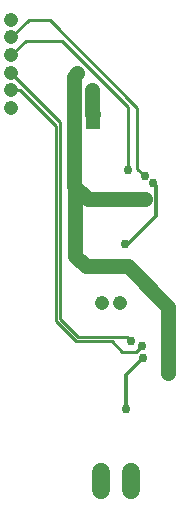
<source format=gbr>
G04 EAGLE Gerber RS-274X export*
G75*
%MOMM*%
%FSLAX34Y34*%
%LPD*%
%INBottom Copper*%
%IPPOS*%
%AMOC8*
5,1,8,0,0,1.08239X$1,22.5*%
G01*
%ADD10C,1.208000*%
%ADD11C,1.524000*%
%ADD12R,1.270000X2.540000*%
%ADD13C,0.756400*%
%ADD14C,0.254000*%
%ADD15C,1.270000*%
%ADD16C,0.304800*%


D10*
X23114Y426120D03*
X23114Y351120D03*
X23114Y411120D03*
X23114Y366120D03*
X23114Y381120D03*
X23114Y396120D03*
D11*
X98552Y43178D02*
X98552Y27938D01*
X123952Y27938D02*
X123952Y43178D01*
D10*
X100196Y185928D03*
X115196Y185928D03*
D12*
X75692Y346456D03*
X91948Y345948D03*
D13*
X133858Y150058D03*
D14*
X128834Y145034D01*
X116840Y145034D01*
X108204Y153670D01*
X77565Y153670D01*
X60452Y170783D01*
X30374Y366120D02*
X23114Y366120D01*
X60452Y336042D02*
X60452Y170783D01*
X60452Y336042D02*
X30374Y366120D01*
D13*
X124574Y154064D03*
D14*
X120904Y157734D01*
X79248Y157734D01*
X64516Y172466D01*
X64516Y339718D02*
X23114Y381120D01*
X64516Y339718D02*
X64516Y172466D01*
D13*
X121941Y298471D03*
D14*
X121941Y352023D01*
X35172Y408178D02*
X23114Y396120D01*
X65786Y408178D02*
X121941Y352023D01*
X65786Y408178D02*
X35172Y408178D01*
D13*
X135890Y293822D03*
D14*
X129794Y299918D01*
X129794Y351430D01*
X55626Y425598D02*
X37592Y425598D01*
X23114Y411120D01*
X55626Y425598D02*
X129794Y351430D01*
D15*
X91948Y345948D02*
X91694Y346202D01*
D13*
X120239Y96266D03*
D16*
X120239Y125465D01*
X134474Y139700D01*
D13*
X134474Y139700D03*
X119380Y236474D03*
D16*
X145796Y285242D02*
X143256Y287782D01*
X143256Y288036D01*
X145796Y285242D02*
X145796Y260096D01*
X122174Y236474D01*
X119380Y236474D01*
D13*
X143256Y288036D03*
D15*
X91948Y345948D02*
X91440Y346456D01*
X91440Y366776D01*
D13*
X91440Y366776D03*
X136398Y273812D03*
D15*
X87884Y273812D01*
X76962Y284734D01*
D13*
X76962Y284734D03*
D15*
X75692Y346456D02*
X75946Y346710D01*
D13*
X155702Y127254D03*
D15*
X155702Y183134D01*
X121412Y217424D02*
X85852Y217424D01*
X76962Y226314D01*
X76962Y284734D01*
X121412Y217424D02*
X155702Y183134D01*
X76200Y345948D02*
X75692Y346456D01*
X76200Y345948D02*
X76200Y285496D01*
X76962Y284734D01*
X75692Y346456D02*
X75692Y347218D01*
X75692Y356362D01*
X75692Y377698D01*
X78740Y380746D01*
D13*
X78740Y380746D03*
M02*

</source>
